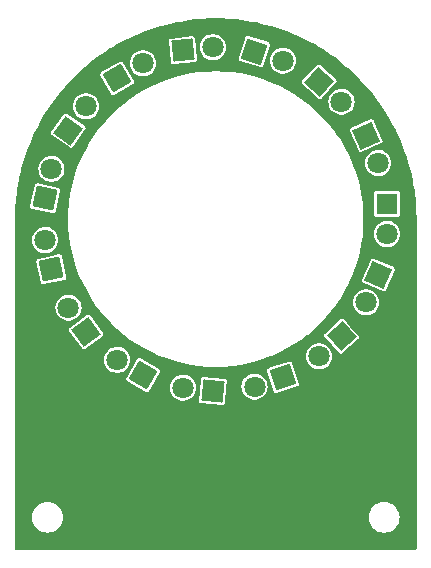
<source format=gbr>
%TF.GenerationSoftware,KiCad,Pcbnew,7.0.5+dfsg-2*%
%TF.CreationDate,2024-03-17T17:57:41+01:00*%
%TF.ProjectId,microscope-lamp-pcb,6d696372-6f73-4636-9f70-652d6c616d70,1*%
%TF.SameCoordinates,Original*%
%TF.FileFunction,Copper,L2,Bot*%
%TF.FilePolarity,Positive*%
%FSLAX46Y46*%
G04 Gerber Fmt 4.6, Leading zero omitted, Abs format (unit mm)*
G04 Created by KiCad (PCBNEW 7.0.5+dfsg-2) date 2024-03-17 17:57:41*
%MOMM*%
%LPD*%
G01*
G04 APERTURE LIST*
G04 Aperture macros list*
%AMRotRect*
0 Rectangle, with rotation*
0 The origin of the aperture is its center*
0 $1 length*
0 $2 width*
0 $3 Rotation angle, in degrees counterclockwise*
0 Add horizontal line*
21,1,$1,$2,0,0,$3*%
G04 Aperture macros list end*
%TA.AperFunction,ComponentPad*%
%ADD10RotRect,1.800000X1.800000X54.000000*%
%TD*%
%TA.AperFunction,ComponentPad*%
%ADD11C,1.800000*%
%TD*%
%TA.AperFunction,ComponentPad*%
%ADD12RotRect,1.800000X1.800000X6.000000*%
%TD*%
%TA.AperFunction,ComponentPad*%
%ADD13RotRect,1.800000X1.800000X78.000000*%
%TD*%
%TA.AperFunction,ComponentPad*%
%ADD14RotRect,1.800000X1.800000X294.000000*%
%TD*%
%TA.AperFunction,ComponentPad*%
%ADD15RotRect,1.800000X1.800000X126.000000*%
%TD*%
%TA.AperFunction,ComponentPad*%
%ADD16R,1.800000X1.800000*%
%TD*%
%TA.AperFunction,ComponentPad*%
%ADD17RotRect,1.800000X1.800000X30.000000*%
%TD*%
%TA.AperFunction,ComponentPad*%
%ADD18RotRect,1.800000X1.800000X342.000000*%
%TD*%
%TA.AperFunction,ComponentPad*%
%ADD19RotRect,1.800000X1.800000X246.000000*%
%TD*%
%TA.AperFunction,ComponentPad*%
%ADD20RotRect,1.800000X1.800000X222.000000*%
%TD*%
%TA.AperFunction,ComponentPad*%
%ADD21RotRect,1.800000X1.800000X174.000000*%
%TD*%
%TA.AperFunction,ComponentPad*%
%ADD22RotRect,1.800000X1.800000X102.000000*%
%TD*%
%TA.AperFunction,ComponentPad*%
%ADD23RotRect,1.800000X1.800000X150.000000*%
%TD*%
%TA.AperFunction,ComponentPad*%
%ADD24RotRect,1.800000X1.800000X198.000000*%
%TD*%
%TA.AperFunction,ComponentPad*%
%ADD25RotRect,1.800000X1.800000X318.000000*%
%TD*%
%TA.AperFunction,ViaPad*%
%ADD26C,0.800000*%
%TD*%
G04 APERTURE END LIST*
D10*
%TO.P,D8,1,K*%
%TO.N,Net-(D8-K)*%
X137519827Y-92508611D03*
D11*
%TO.P,D8,2,A*%
%TO.N,Net-(D7-K)*%
X139012802Y-90453708D03*
%TD*%
D12*
%TO.P,D6,1,K*%
%TO.N,Net-(D6-K)*%
X147216322Y-85712706D03*
D11*
%TO.P,D6,2,A*%
%TO.N,Net-(D5-K)*%
X149742408Y-85447204D03*
%TD*%
D13*
%TO.P,D9,1,K*%
%TO.N,Net-(D10-A)*%
X135551772Y-98232419D03*
D11*
%TO.P,D9,2,A*%
%TO.N,Net-(D8-K)*%
X136079868Y-95747924D03*
%TD*%
D14*
%TO.P,D3,1,K*%
%TO.N,Net-(D3-K)*%
X162727820Y-92937548D03*
D11*
%TO.P,D3,2,A*%
%TO.N,Net-(D2-K)*%
X163760931Y-95257953D03*
%TD*%
D15*
%TO.P,D11,1,K*%
%TO.N,Net-(D11-K)*%
X139018680Y-109554383D03*
D11*
%TO.P,D11,2,A*%
%TO.N,Net-(D10-K)*%
X137525705Y-107499480D03*
%TD*%
D16*
%TO.P,D2,1,K*%
%TO.N,Net-(D2-K)*%
X164500000Y-98725000D03*
D11*
%TO.P,D2,2,A*%
%TO.N,Net-(D1-K)*%
X164500000Y-101265000D03*
%TD*%
D17*
%TO.P,D7,1,K*%
%TO.N,Net-(D7-K)*%
X141645818Y-88080132D03*
D11*
%TO.P,D7,2,A*%
%TO.N,Net-(D1-K)*%
X143845523Y-86810132D03*
%TD*%
D18*
%TO.P,D5,1,K*%
%TO.N,Net-(D5-K)*%
X153268149Y-85815684D03*
D11*
%TO.P,D5,2,A*%
%TO.N,Net-(D4-K)*%
X155683833Y-86600587D03*
%TD*%
D19*
%TO.P,D16,1,K*%
%TO.N,Net-(D16-K)*%
X163764998Y-104732911D03*
D11*
%TO.P,D16,2,A*%
%TO.N,Net-(D15-K)*%
X162731887Y-107053316D03*
%TD*%
D20*
%TO.P,D15,1,K*%
%TO.N,Net-(D15-K)*%
X160649903Y-109922458D03*
D11*
%TO.P,D15,2,A*%
%TO.N,Net-(D14-K)*%
X158762315Y-111622050D03*
%TD*%
D21*
%TO.P,D13,1,K*%
%TO.N,Net-(D13-K)*%
X149752353Y-114553841D03*
D11*
%TO.P,D13,2,A*%
%TO.N,Net-(D12-K)*%
X147226267Y-114288339D03*
%TD*%
D22*
%TO.P,D10,1,K*%
%TO.N,Net-(D10-K)*%
X136081947Y-104261858D03*
D11*
%TO.P,D10,2,A*%
%TO.N,Net-(D10-A)*%
X135553851Y-101777363D03*
%TD*%
D23*
%TO.P,D12,1,K*%
%TO.N,Net-(D12-K)*%
X143854182Y-113194868D03*
D11*
%TO.P,D12,2,A*%
%TO.N,Net-(D1-K)*%
X141654477Y-111924868D03*
%TD*%
D24*
%TO.P,D14,1,K*%
%TO.N,Net-(D14-K)*%
X155693343Y-113396323D03*
D11*
%TO.P,D14,2,A*%
%TO.N,Net-(D13-K)*%
X153277659Y-114181226D03*
%TD*%
D25*
%TO.P,D4,1,K*%
%TO.N,Net-(D4-K)*%
X158754884Y-88371259D03*
D11*
%TO.P,D4,2,A*%
%TO.N,Net-(D3-K)*%
X160642472Y-90070851D03*
%TD*%
D26*
%TO.N,GND*%
X165750000Y-96500000D03*
X139000000Y-121250000D03*
X134000000Y-127000000D03*
X156500000Y-111250000D03*
X148250000Y-121000000D03*
X148250000Y-127000000D03*
X163250000Y-109000000D03*
X136500000Y-114250000D03*
X165750000Y-127250000D03*
X144750000Y-84500000D03*
X133750000Y-119250000D03*
X159250000Y-116000000D03*
X140750000Y-126000000D03*
X164750000Y-119500000D03*
X155250000Y-118250000D03*
X135500000Y-106250000D03*
X146500000Y-119500000D03*
X155000000Y-84500000D03*
X143250000Y-119750000D03*
X140750000Y-117750000D03*
X162250000Y-122750000D03*
X163250000Y-90500000D03*
X163250000Y-102500000D03*
X143500000Y-111250000D03*
%TD*%
%TA.AperFunction,Conductor*%
%TO.N,GND*%
G36*
X150188112Y-83004978D02*
G01*
X150198610Y-83005227D01*
X150626630Y-83015416D01*
X150627672Y-83015454D01*
X151001170Y-83033520D01*
X151002221Y-83033584D01*
X151439772Y-83064878D01*
X151441018Y-83064983D01*
X151633117Y-83083610D01*
X151813012Y-83101053D01*
X151813988Y-83101158D01*
X152249734Y-83153258D01*
X152250895Y-83153412D01*
X152620770Y-83207421D01*
X152621656Y-83207561D01*
X153054574Y-83280360D01*
X153055724Y-83280569D01*
X153249645Y-83318534D01*
X153422285Y-83352333D01*
X153423296Y-83352542D01*
X153745272Y-83422583D01*
X153852339Y-83445874D01*
X153853578Y-83446161D01*
X154216052Y-83535503D01*
X154216847Y-83535707D01*
X154604710Y-83639634D01*
X154641307Y-83649441D01*
X154642606Y-83649808D01*
X155000386Y-83756572D01*
X155419697Y-83890611D01*
X155421007Y-83891051D01*
X155772753Y-84014814D01*
X156185635Y-84168811D01*
X156186894Y-84169303D01*
X156531859Y-84309756D01*
X156937303Y-84483378D01*
X156938633Y-84483972D01*
X157275893Y-84640687D01*
X157673096Y-84833637D01*
X157674430Y-84834311D01*
X157824413Y-84913028D01*
X158003115Y-85006818D01*
X158391254Y-85218758D01*
X158392625Y-85219535D01*
X158711926Y-85407329D01*
X159090198Y-85637898D01*
X159091435Y-85638679D01*
X159400636Y-85841251D01*
X159678073Y-86029026D01*
X159768183Y-86090014D01*
X159769533Y-86090962D01*
X160067704Y-86307594D01*
X160423799Y-86574163D01*
X160425100Y-86575173D01*
X160711631Y-86805297D01*
X160963448Y-87013215D01*
X161055397Y-87089134D01*
X161056706Y-87090254D01*
X161330826Y-87333103D01*
X161661660Y-87633851D01*
X161662915Y-87635033D01*
X161923919Y-87889805D01*
X162241083Y-88206969D01*
X162242329Y-88208260D01*
X162489651Y-88474197D01*
X162792407Y-88807239D01*
X162793610Y-88808613D01*
X163026482Y-89084630D01*
X163314342Y-89433268D01*
X163315435Y-89434643D01*
X163466762Y-89632681D01*
X163533361Y-89719838D01*
X163681771Y-89918090D01*
X163805674Y-90083605D01*
X163806741Y-90085089D01*
X163921002Y-90250625D01*
X164009028Y-90378153D01*
X164265240Y-90756707D01*
X164266296Y-90758334D01*
X164452525Y-91058151D01*
X164692027Y-91451078D01*
X164693022Y-91452785D01*
X164862729Y-91757979D01*
X165085064Y-92165155D01*
X165085992Y-92166940D01*
X165238677Y-92475771D01*
X165366886Y-92739699D01*
X165443434Y-92897279D01*
X165444280Y-92899118D01*
X165579533Y-93209608D01*
X165766270Y-93645681D01*
X165767050Y-93647614D01*
X165884575Y-93957500D01*
X166052889Y-94408770D01*
X166053587Y-94410772D01*
X166153030Y-94716826D01*
X166302591Y-95184692D01*
X166303202Y-95186760D01*
X166384233Y-95484369D01*
X166514821Y-95971733D01*
X166515342Y-95973864D01*
X166577684Y-96255963D01*
X166577669Y-96255966D01*
X166577755Y-96256282D01*
X166689082Y-96768049D01*
X166689506Y-96770238D01*
X166733127Y-97025633D01*
X166824969Y-97571802D01*
X166825294Y-97574044D01*
X166849900Y-97776681D01*
X166850263Y-97779718D01*
X166850264Y-97779734D01*
X166922174Y-98381172D01*
X166922395Y-98383463D01*
X166927936Y-98459756D01*
X166928058Y-98461464D01*
X166928059Y-98461489D01*
X166980161Y-99189960D01*
X166980273Y-99192313D01*
X166999486Y-99999412D01*
X166999500Y-100000590D01*
X166999500Y-127900500D01*
X166980593Y-127958691D01*
X166931093Y-127994655D01*
X166900500Y-127999500D01*
X133099500Y-127999500D01*
X133041309Y-127980593D01*
X133005345Y-127931093D01*
X133000500Y-127900500D01*
X133000500Y-125250003D01*
X134444532Y-125250003D01*
X134464363Y-125476684D01*
X134523262Y-125696500D01*
X134619426Y-125902723D01*
X134619434Y-125902737D01*
X134749946Y-126089130D01*
X134749947Y-126089132D01*
X134749950Y-126089135D01*
X134749953Y-126089139D01*
X134910861Y-126250047D01*
X134910864Y-126250049D01*
X134910867Y-126250052D01*
X134910869Y-126250053D01*
X135035131Y-126337060D01*
X135097266Y-126380568D01*
X135097272Y-126380571D01*
X135097276Y-126380573D01*
X135303500Y-126476737D01*
X135303504Y-126476739D01*
X135523308Y-126535635D01*
X135523312Y-126535635D01*
X135523315Y-126535636D01*
X135693208Y-126550500D01*
X135693216Y-126550500D01*
X135806792Y-126550500D01*
X135976684Y-126535636D01*
X135976685Y-126535635D01*
X135976692Y-126535635D01*
X136196496Y-126476739D01*
X136402734Y-126380568D01*
X136589139Y-126250047D01*
X136750047Y-126089139D01*
X136880568Y-125902734D01*
X136976739Y-125696496D01*
X137035635Y-125476692D01*
X137055468Y-125250003D01*
X162944532Y-125250003D01*
X162964363Y-125476684D01*
X163023262Y-125696500D01*
X163119426Y-125902723D01*
X163119434Y-125902737D01*
X163249946Y-126089130D01*
X163249947Y-126089132D01*
X163249950Y-126089135D01*
X163249953Y-126089139D01*
X163410861Y-126250047D01*
X163410864Y-126250049D01*
X163410867Y-126250052D01*
X163410869Y-126250053D01*
X163535131Y-126337060D01*
X163597266Y-126380568D01*
X163597272Y-126380571D01*
X163597276Y-126380573D01*
X163803500Y-126476737D01*
X163803504Y-126476739D01*
X164023308Y-126535635D01*
X164023312Y-126535635D01*
X164023315Y-126535636D01*
X164193208Y-126550500D01*
X164193216Y-126550500D01*
X164306792Y-126550500D01*
X164476684Y-126535636D01*
X164476685Y-126535635D01*
X164476692Y-126535635D01*
X164696496Y-126476739D01*
X164902734Y-126380568D01*
X165089139Y-126250047D01*
X165250047Y-126089139D01*
X165380568Y-125902734D01*
X165476739Y-125696496D01*
X165535635Y-125476692D01*
X165555468Y-125250000D01*
X165535635Y-125023308D01*
X165476739Y-124803504D01*
X165380568Y-124597266D01*
X165250053Y-124410869D01*
X165250052Y-124410867D01*
X165250049Y-124410864D01*
X165250047Y-124410861D01*
X165089139Y-124249953D01*
X165089135Y-124249950D01*
X165089132Y-124249947D01*
X165089130Y-124249946D01*
X164902737Y-124119434D01*
X164902736Y-124119433D01*
X164902734Y-124119432D01*
X164902731Y-124119430D01*
X164902723Y-124119426D01*
X164696499Y-124023262D01*
X164696500Y-124023262D01*
X164623228Y-124003628D01*
X164476692Y-123964365D01*
X164476691Y-123964364D01*
X164476684Y-123964363D01*
X164306792Y-123949500D01*
X164306784Y-123949500D01*
X164193216Y-123949500D01*
X164193208Y-123949500D01*
X164023315Y-123964363D01*
X163803499Y-124023262D01*
X163597276Y-124119426D01*
X163597262Y-124119434D01*
X163410869Y-124249946D01*
X163410867Y-124249947D01*
X163249947Y-124410867D01*
X163249946Y-124410869D01*
X163119434Y-124597262D01*
X163119426Y-124597276D01*
X163023262Y-124803499D01*
X162964363Y-125023315D01*
X162944532Y-125249996D01*
X162944532Y-125250003D01*
X137055468Y-125250003D01*
X137055468Y-125250000D01*
X137035635Y-125023308D01*
X136976739Y-124803504D01*
X136880568Y-124597266D01*
X136750053Y-124410869D01*
X136750052Y-124410867D01*
X136750049Y-124410864D01*
X136750047Y-124410861D01*
X136589139Y-124249953D01*
X136589135Y-124249950D01*
X136589132Y-124249947D01*
X136589130Y-124249946D01*
X136402737Y-124119434D01*
X136402736Y-124119433D01*
X136402734Y-124119432D01*
X136402731Y-124119430D01*
X136402723Y-124119426D01*
X136196499Y-124023262D01*
X136196500Y-124023262D01*
X136123228Y-124003628D01*
X135976692Y-123964365D01*
X135976691Y-123964364D01*
X135976684Y-123964363D01*
X135806792Y-123949500D01*
X135806784Y-123949500D01*
X135693216Y-123949500D01*
X135693208Y-123949500D01*
X135523315Y-123964363D01*
X135303499Y-124023262D01*
X135097276Y-124119426D01*
X135097262Y-124119434D01*
X134910869Y-124249946D01*
X134910867Y-124249947D01*
X134749947Y-124410867D01*
X134749946Y-124410869D01*
X134619434Y-124597262D01*
X134619426Y-124597276D01*
X134523262Y-124803499D01*
X134464363Y-125023315D01*
X134444532Y-125249996D01*
X134444532Y-125250003D01*
X133000500Y-125250003D01*
X133000500Y-113497609D01*
X142422080Y-113497609D01*
X142427297Y-113577202D01*
X142462574Y-113648736D01*
X142462576Y-113648739D01*
X142507407Y-113688055D01*
X144100457Y-114607803D01*
X144100460Y-114607804D01*
X144100462Y-114607805D01*
X144127859Y-114617104D01*
X144156921Y-114626970D01*
X144236515Y-114621753D01*
X144308053Y-114586474D01*
X144347369Y-114541643D01*
X144493614Y-114288339D01*
X146121052Y-114288339D01*
X146139870Y-114491422D01*
X146195685Y-114687589D01*
X146286594Y-114870160D01*
X146409503Y-115032918D01*
X146560226Y-115170320D01*
X146733630Y-115277687D01*
X146923811Y-115351363D01*
X147124291Y-115388839D01*
X147328243Y-115388839D01*
X147517195Y-115353518D01*
X148561742Y-115353518D01*
X148567198Y-115412897D01*
X148604337Y-115483485D01*
X148604339Y-115483486D01*
X148665661Y-115534489D01*
X148665662Y-115534489D01*
X148665663Y-115534490D01*
X148722610Y-115552173D01*
X150552029Y-115744452D01*
X150611408Y-115738996D01*
X150681997Y-115701856D01*
X150733002Y-115640531D01*
X150750685Y-115583584D01*
X150898078Y-114181226D01*
X152172444Y-114181226D01*
X152191262Y-114384309D01*
X152221738Y-114491421D01*
X152247078Y-114580478D01*
X152288245Y-114663154D01*
X152337986Y-114763047D01*
X152460895Y-114925805D01*
X152611618Y-115063207D01*
X152785022Y-115170574D01*
X152975203Y-115244250D01*
X153175683Y-115281726D01*
X153379635Y-115281726D01*
X153580115Y-115244250D01*
X153770296Y-115170574D01*
X153943700Y-115063207D01*
X154094423Y-114925805D01*
X154217332Y-114763047D01*
X154308241Y-114580476D01*
X154364056Y-114384309D01*
X154382874Y-114181226D01*
X154364056Y-113978143D01*
X154308241Y-113781976D01*
X154217332Y-113599405D01*
X154094423Y-113436647D01*
X153943700Y-113299245D01*
X153770296Y-113191878D01*
X153580115Y-113118202D01*
X153580114Y-113118201D01*
X153580112Y-113118201D01*
X153379635Y-113080726D01*
X153175683Y-113080726D01*
X152975205Y-113118201D01*
X152905291Y-113145285D01*
X152785022Y-113191878D01*
X152611618Y-113299245D01*
X152460895Y-113436647D01*
X152421046Y-113489414D01*
X152337987Y-113599403D01*
X152337982Y-113599412D01*
X152260926Y-113754163D01*
X152247077Y-113781976D01*
X152191262Y-113978143D01*
X152172444Y-114181226D01*
X150898078Y-114181226D01*
X150942964Y-113754165D01*
X150937508Y-113694786D01*
X150913279Y-113648736D01*
X150900368Y-113624196D01*
X150900366Y-113624195D01*
X150839044Y-113573192D01*
X150782100Y-113555510D01*
X150782098Y-113555509D01*
X150782096Y-113555509D01*
X148952677Y-113363230D01*
X148952675Y-113363230D01*
X148893296Y-113368686D01*
X148822708Y-113405825D01*
X148822707Y-113405827D01*
X148771704Y-113467149D01*
X148754022Y-113524093D01*
X148754021Y-113524096D01*
X148754021Y-113524098D01*
X148640120Y-114607803D01*
X148561742Y-115353518D01*
X147517195Y-115353518D01*
X147528723Y-115351363D01*
X147718904Y-115277687D01*
X147892308Y-115170320D01*
X148043031Y-115032918D01*
X148165940Y-114870160D01*
X148256849Y-114687589D01*
X148312664Y-114491422D01*
X148331482Y-114288339D01*
X148312664Y-114085256D01*
X148256849Y-113889089D01*
X148165940Y-113706518D01*
X148043031Y-113543760D01*
X147892308Y-113406358D01*
X147718904Y-113298991D01*
X147528723Y-113225315D01*
X147528722Y-113225314D01*
X147528720Y-113225314D01*
X147328243Y-113187839D01*
X147124291Y-113187839D01*
X146923813Y-113225314D01*
X146853899Y-113252398D01*
X146733630Y-113298991D01*
X146561087Y-113405825D01*
X146560226Y-113406358D01*
X146409504Y-113543759D01*
X146286595Y-113706516D01*
X146286590Y-113706525D01*
X146195686Y-113889086D01*
X146195685Y-113889089D01*
X146139870Y-114085256D01*
X146121052Y-114288339D01*
X144493614Y-114288339D01*
X145267117Y-112948593D01*
X145286284Y-112892129D01*
X145281067Y-112812535D01*
X145276093Y-112802448D01*
X154355479Y-112802448D01*
X154362488Y-112861664D01*
X154857225Y-114384309D01*
X154930923Y-114611129D01*
X154960059Y-114663154D01*
X155022695Y-114712533D01*
X155022697Y-114712533D01*
X155022699Y-114712535D01*
X155099468Y-114734187D01*
X155158684Y-114727178D01*
X156908149Y-114158743D01*
X156960174Y-114129607D01*
X157009555Y-114066967D01*
X157031207Y-113990198D01*
X157024198Y-113930982D01*
X156455763Y-112181517D01*
X156426627Y-112129492D01*
X156426626Y-112129491D01*
X156363990Y-112080112D01*
X156363987Y-112080111D01*
X156287218Y-112058459D01*
X156228002Y-112065468D01*
X154952707Y-112479836D01*
X154478536Y-112633903D01*
X154426511Y-112663039D01*
X154377132Y-112725675D01*
X154377131Y-112725678D01*
X154372811Y-112740997D01*
X154355479Y-112802448D01*
X145276093Y-112802448D01*
X145245788Y-112740997D01*
X145200957Y-112701681D01*
X143607907Y-111781933D01*
X143607905Y-111781932D01*
X143607901Y-111781930D01*
X143551444Y-111762766D01*
X143551440Y-111762766D01*
X143471847Y-111767983D01*
X143400313Y-111803260D01*
X143360995Y-111848092D01*
X142441244Y-113441148D01*
X142422080Y-113497605D01*
X142422080Y-113497609D01*
X133000500Y-113497609D01*
X133000500Y-111924868D01*
X140549262Y-111924868D01*
X140568080Y-112127951D01*
X140623895Y-112324118D01*
X140714804Y-112506689D01*
X140837713Y-112669447D01*
X140988436Y-112806849D01*
X141161840Y-112914216D01*
X141352021Y-112987892D01*
X141552501Y-113025368D01*
X141756453Y-113025368D01*
X141956933Y-112987892D01*
X142147114Y-112914216D01*
X142320518Y-112806849D01*
X142471241Y-112669447D01*
X142594150Y-112506689D01*
X142685059Y-112324118D01*
X142740874Y-112127951D01*
X142759692Y-111924868D01*
X142740874Y-111721785D01*
X142685059Y-111525618D01*
X142594150Y-111343047D01*
X142471241Y-111180289D01*
X142320518Y-111042887D01*
X142147114Y-110935520D01*
X141956933Y-110861844D01*
X141956932Y-110861843D01*
X141956930Y-110861843D01*
X141756453Y-110824368D01*
X141552501Y-110824368D01*
X141352023Y-110861843D01*
X141311685Y-110877470D01*
X141161840Y-110935520D01*
X140988436Y-111042887D01*
X140837713Y-111180289D01*
X140805610Y-111222800D01*
X140714805Y-111343045D01*
X140714800Y-111343054D01*
X140623896Y-111525615D01*
X140623895Y-111525618D01*
X140568080Y-111721785D01*
X140549262Y-111924868D01*
X133000500Y-111924868D01*
X133000500Y-109323293D01*
X137559647Y-109323293D01*
X137562778Y-109402999D01*
X137587739Y-109457144D01*
X137587740Y-109457146D01*
X137587742Y-109457149D01*
X138668971Y-110945332D01*
X138712758Y-110985808D01*
X138787592Y-111013416D01*
X138867294Y-111010285D01*
X138921446Y-110985321D01*
X140409629Y-109904092D01*
X140450105Y-109860305D01*
X140477713Y-109785471D01*
X140474582Y-109705769D01*
X140449618Y-109651617D01*
X139368389Y-108163434D01*
X139324602Y-108122958D01*
X139249769Y-108095350D01*
X139249768Y-108095350D01*
X139229842Y-108096132D01*
X139170063Y-108098481D01*
X139115918Y-108123442D01*
X137627728Y-109204676D01*
X137587255Y-109248460D01*
X137559647Y-109323292D01*
X137559647Y-109323293D01*
X133000500Y-109323293D01*
X133000500Y-107499480D01*
X136420490Y-107499480D01*
X136439308Y-107702563D01*
X136495123Y-107898730D01*
X136586032Y-108081301D01*
X136708941Y-108244059D01*
X136859664Y-108381461D01*
X137033068Y-108488828D01*
X137223249Y-108562504D01*
X137423729Y-108599980D01*
X137627681Y-108599980D01*
X137828161Y-108562504D01*
X138018342Y-108488828D01*
X138191746Y-108381461D01*
X138342469Y-108244059D01*
X138465378Y-108081301D01*
X138556287Y-107898730D01*
X138612102Y-107702563D01*
X138630920Y-107499480D01*
X138612102Y-107296397D01*
X138556287Y-107100230D01*
X138465378Y-106917659D01*
X138342469Y-106754901D01*
X138191746Y-106617499D01*
X138018342Y-106510132D01*
X137828161Y-106436456D01*
X137828160Y-106436455D01*
X137828158Y-106436455D01*
X137627681Y-106398980D01*
X137423729Y-106398980D01*
X137223251Y-106436455D01*
X137153337Y-106463539D01*
X137033068Y-106510132D01*
X136859664Y-106617498D01*
X136859664Y-106617499D01*
X136708942Y-106754900D01*
X136586033Y-106917657D01*
X136586028Y-106917666D01*
X136518483Y-107053316D01*
X136495123Y-107100230D01*
X136439308Y-107296397D01*
X136420490Y-107499480D01*
X133000500Y-107499480D01*
X133000500Y-103531392D01*
X134813489Y-103531392D01*
X134814269Y-103591016D01*
X135196722Y-105390314D01*
X135196723Y-105390316D01*
X135212010Y-105425899D01*
X135220260Y-105445100D01*
X135277396Y-105500759D01*
X135277397Y-105500759D01*
X135277398Y-105500760D01*
X135314438Y-105515537D01*
X135351481Y-105530316D01*
X135411105Y-105529536D01*
X137210403Y-105147083D01*
X137265189Y-105123545D01*
X137320848Y-105066409D01*
X137350405Y-104992324D01*
X137349625Y-104932700D01*
X136967172Y-103133402D01*
X136943634Y-103078616D01*
X136886498Y-103022957D01*
X136886496Y-103022956D01*
X136886495Y-103022955D01*
X136812414Y-102993400D01*
X136812413Y-102993400D01*
X136792538Y-102993660D01*
X136752787Y-102994180D01*
X135781407Y-103200653D01*
X134953491Y-103376633D01*
X134953489Y-103376633D01*
X134953488Y-103376634D01*
X134898708Y-103400169D01*
X134898706Y-103400170D01*
X134898705Y-103400171D01*
X134854971Y-103445066D01*
X134843045Y-103457308D01*
X134843044Y-103457309D01*
X134813489Y-103531390D01*
X134813489Y-103531391D01*
X134813489Y-103531392D01*
X133000500Y-103531392D01*
X133000500Y-101777363D01*
X134448636Y-101777363D01*
X134467454Y-101980446D01*
X134523269Y-102176613D01*
X134614178Y-102359184D01*
X134737087Y-102521942D01*
X134887810Y-102659344D01*
X135061214Y-102766711D01*
X135251395Y-102840387D01*
X135451875Y-102877863D01*
X135655827Y-102877863D01*
X135856307Y-102840387D01*
X136046488Y-102766711D01*
X136219892Y-102659344D01*
X136370615Y-102521942D01*
X136493524Y-102359184D01*
X136584433Y-102176613D01*
X136640248Y-101980446D01*
X136659066Y-101777363D01*
X136640248Y-101574280D01*
X136584433Y-101378113D01*
X136493524Y-101195542D01*
X136370615Y-101032784D01*
X136219892Y-100895382D01*
X136046488Y-100788015D01*
X135856307Y-100714339D01*
X135856306Y-100714338D01*
X135856304Y-100714338D01*
X135655827Y-100676863D01*
X135451875Y-100676863D01*
X135251397Y-100714338D01*
X135181483Y-100741422D01*
X135061214Y-100788015D01*
X134887810Y-100895382D01*
X134737088Y-101032783D01*
X134614179Y-101195540D01*
X134614174Y-101195549D01*
X134579592Y-101265000D01*
X134523269Y-101378113D01*
X134467454Y-101574280D01*
X134448636Y-101777363D01*
X133000500Y-101777363D01*
X133000500Y-100000589D01*
X133000507Y-100000002D01*
X137494581Y-100000002D01*
X137514253Y-100701162D01*
X137514254Y-100701181D01*
X137573212Y-101400165D01*
X137671269Y-102094735D01*
X137808118Y-102782719D01*
X137808118Y-102782720D01*
X137978973Y-103445068D01*
X137983326Y-103461944D01*
X138196343Y-104130278D01*
X138446499Y-104785617D01*
X138446505Y-104785631D01*
X138446511Y-104785646D01*
X138733007Y-105425899D01*
X139054956Y-106049093D01*
X139054962Y-106049103D01*
X139054964Y-106049107D01*
X139411359Y-106653284D01*
X139411364Y-106653292D01*
X139411365Y-106653293D01*
X139801072Y-107236530D01*
X140222858Y-107796985D01*
X140222876Y-107797009D01*
X140598144Y-108241415D01*
X140675432Y-108332943D01*
X141157333Y-108842667D01*
X141665711Y-109323295D01*
X141667055Y-109324566D01*
X142202990Y-109777123D01*
X142202996Y-109777127D01*
X142202999Y-109777130D01*
X142763473Y-110198930D01*
X143346716Y-110588641D01*
X143950893Y-110945036D01*
X143950902Y-110945040D01*
X143950906Y-110945043D01*
X144574100Y-111266992D01*
X145214353Y-111553488D01*
X145214359Y-111553490D01*
X145214383Y-111553501D01*
X145869722Y-111803657D01*
X146538056Y-112016674D01*
X147217282Y-112191882D01*
X147905264Y-112328730D01*
X148599837Y-112426788D01*
X149298816Y-112485746D01*
X149939027Y-112503708D01*
X149999998Y-112505419D01*
X150000000Y-112505419D01*
X150000002Y-112505419D01*
X150058432Y-112503779D01*
X150701184Y-112485746D01*
X151400163Y-112426788D01*
X152094736Y-112328730D01*
X152782718Y-112191882D01*
X153461944Y-112016674D01*
X154130278Y-111803657D01*
X154606038Y-111622050D01*
X157657100Y-111622050D01*
X157675918Y-111825133D01*
X157731733Y-112021300D01*
X157822642Y-112203871D01*
X157945551Y-112366629D01*
X158096274Y-112504031D01*
X158269678Y-112611398D01*
X158459859Y-112685074D01*
X158660339Y-112722550D01*
X158864291Y-112722550D01*
X159064771Y-112685074D01*
X159254952Y-112611398D01*
X159428356Y-112504031D01*
X159579079Y-112366629D01*
X159701988Y-112203871D01*
X159792897Y-112021300D01*
X159848712Y-111825133D01*
X159867530Y-111622050D01*
X159848712Y-111418967D01*
X159792897Y-111222800D01*
X159701988Y-111040229D01*
X159579079Y-110877471D01*
X159428356Y-110740069D01*
X159254952Y-110632702D01*
X159064771Y-110559026D01*
X159064770Y-110559025D01*
X159064768Y-110559025D01*
X158864291Y-110521550D01*
X158660339Y-110521550D01*
X158459861Y-110559025D01*
X158396351Y-110583629D01*
X158269678Y-110632702D01*
X158096273Y-110740068D01*
X158096274Y-110740069D01*
X157945552Y-110877470D01*
X157822643Y-111040227D01*
X157822638Y-111040236D01*
X157731734Y-111222797D01*
X157675918Y-111418967D01*
X157666036Y-111525618D01*
X157657100Y-111622050D01*
X154606038Y-111622050D01*
X154785617Y-111553501D01*
X155425898Y-111266993D01*
X156049107Y-110945036D01*
X156653284Y-110588641D01*
X157236527Y-110198930D01*
X157706621Y-109845148D01*
X159174707Y-109845148D01*
X159186153Y-109924086D01*
X159216642Y-109975332D01*
X159216644Y-109975334D01*
X159808541Y-110632702D01*
X160447504Y-111342342D01*
X160495281Y-111378020D01*
X160572591Y-111397653D01*
X160572591Y-111397652D01*
X160572592Y-111397653D01*
X160572593Y-111397653D01*
X160592584Y-111394754D01*
X160651530Y-111386208D01*
X160702775Y-111355720D01*
X162069787Y-110124857D01*
X162105465Y-110077080D01*
X162125098Y-109999770D01*
X162113653Y-109920831D01*
X162083165Y-109869586D01*
X162083164Y-109869585D01*
X162083163Y-109869583D01*
X162083161Y-109869581D01*
X161399964Y-109110814D01*
X160852302Y-108502574D01*
X160804525Y-108466896D01*
X160804524Y-108466895D01*
X160727213Y-108447262D01*
X160727212Y-108447262D01*
X160648274Y-108458708D01*
X160597028Y-108489197D01*
X160597026Y-108489199D01*
X159230025Y-109720053D01*
X159230017Y-109720061D01*
X159194340Y-109767836D01*
X159174707Y-109845147D01*
X159174707Y-109845148D01*
X157706621Y-109845148D01*
X157797001Y-109777130D01*
X158332943Y-109324568D01*
X158842667Y-108842667D01*
X159324568Y-108332943D01*
X159777130Y-107797001D01*
X160198930Y-107236527D01*
X160321348Y-107053316D01*
X161626672Y-107053316D01*
X161645490Y-107256399D01*
X161701305Y-107452566D01*
X161792214Y-107635137D01*
X161915123Y-107797895D01*
X162065846Y-107935297D01*
X162239250Y-108042664D01*
X162429431Y-108116340D01*
X162629911Y-108153816D01*
X162833863Y-108153816D01*
X163034343Y-108116340D01*
X163224524Y-108042664D01*
X163397928Y-107935297D01*
X163548651Y-107797895D01*
X163671560Y-107635137D01*
X163762469Y-107452566D01*
X163818284Y-107256399D01*
X163837102Y-107053316D01*
X163818284Y-106850233D01*
X163762469Y-106654066D01*
X163671560Y-106471495D01*
X163548651Y-106308737D01*
X163397928Y-106171335D01*
X163224524Y-106063968D01*
X163034343Y-105990292D01*
X163034342Y-105990291D01*
X163034340Y-105990291D01*
X162833863Y-105952816D01*
X162629911Y-105952816D01*
X162429433Y-105990291D01*
X162359519Y-106017375D01*
X162239250Y-106063968D01*
X162139837Y-106125522D01*
X162065846Y-106171335D01*
X161915124Y-106308736D01*
X161792215Y-106471493D01*
X161792210Y-106471502D01*
X161701306Y-106654063D01*
X161701305Y-106654066D01*
X161645490Y-106850233D01*
X161626672Y-107053316D01*
X160321348Y-107053316D01*
X160588641Y-106653284D01*
X160945036Y-106049107D01*
X161266993Y-105425898D01*
X161375376Y-105183687D01*
X162372386Y-105183687D01*
X162385894Y-105262298D01*
X162428456Y-105329758D01*
X162452805Y-105346965D01*
X162477153Y-105364173D01*
X162477154Y-105364173D01*
X162477155Y-105364174D01*
X162535871Y-105390316D01*
X164157616Y-106112363D01*
X164215774Y-106125523D01*
X164294386Y-106112014D01*
X164361845Y-106069452D01*
X164396260Y-106020756D01*
X165144450Y-104340293D01*
X165157610Y-104282135D01*
X165144101Y-104203523D01*
X165144100Y-104203522D01*
X165101539Y-104136063D01*
X165067086Y-104111715D01*
X165052843Y-104101649D01*
X165052841Y-104101648D01*
X165052840Y-104101647D01*
X163424432Y-103376634D01*
X163372380Y-103353459D01*
X163314222Y-103340299D01*
X163314221Y-103340299D01*
X163235610Y-103353807D01*
X163168150Y-103396369D01*
X163133735Y-103445067D01*
X163133734Y-103445068D01*
X162385547Y-105125526D01*
X162372386Y-105183687D01*
X161375376Y-105183687D01*
X161553501Y-104785617D01*
X161803657Y-104130278D01*
X162016674Y-103461944D01*
X162191882Y-102782718D01*
X162328730Y-102094736D01*
X162426788Y-101400163D01*
X162438189Y-101265000D01*
X163394785Y-101265000D01*
X163413603Y-101468083D01*
X163469418Y-101664250D01*
X163560327Y-101846821D01*
X163683236Y-102009579D01*
X163833959Y-102146981D01*
X164007363Y-102254348D01*
X164197544Y-102328024D01*
X164398024Y-102365500D01*
X164601976Y-102365500D01*
X164802456Y-102328024D01*
X164992637Y-102254348D01*
X165166041Y-102146981D01*
X165316764Y-102009579D01*
X165439673Y-101846821D01*
X165530582Y-101664250D01*
X165586397Y-101468083D01*
X165605215Y-101265000D01*
X165586397Y-101061917D01*
X165530582Y-100865750D01*
X165439673Y-100683179D01*
X165316764Y-100520421D01*
X165166041Y-100383019D01*
X164992637Y-100275652D01*
X164802456Y-100201976D01*
X164802455Y-100201975D01*
X164802453Y-100201975D01*
X164601976Y-100164500D01*
X164398024Y-100164500D01*
X164197546Y-100201975D01*
X164127632Y-100229059D01*
X164007363Y-100275652D01*
X163833959Y-100383018D01*
X163833959Y-100383019D01*
X163683237Y-100520420D01*
X163560328Y-100683177D01*
X163560323Y-100683186D01*
X163544811Y-100714339D01*
X163469418Y-100865750D01*
X163413603Y-101061917D01*
X163394785Y-101265000D01*
X162438189Y-101265000D01*
X162485746Y-100701184D01*
X162503779Y-100058431D01*
X162505419Y-100000002D01*
X162505419Y-99999997D01*
X162498953Y-99769548D01*
X162495452Y-99644746D01*
X163399500Y-99644746D01*
X163399501Y-99644758D01*
X163411132Y-99703227D01*
X163411133Y-99703231D01*
X163455448Y-99769552D01*
X163521769Y-99813867D01*
X163566231Y-99822711D01*
X163580241Y-99825498D01*
X163580246Y-99825498D01*
X163580252Y-99825500D01*
X163580253Y-99825500D01*
X165419747Y-99825500D01*
X165419748Y-99825500D01*
X165478231Y-99813867D01*
X165544552Y-99769552D01*
X165588867Y-99703231D01*
X165600500Y-99644748D01*
X165600500Y-97805252D01*
X165588867Y-97746769D01*
X165544552Y-97680448D01*
X165544548Y-97680445D01*
X165478233Y-97636134D01*
X165478231Y-97636133D01*
X165478228Y-97636132D01*
X165478227Y-97636132D01*
X165419758Y-97624501D01*
X165419748Y-97624500D01*
X163580252Y-97624500D01*
X163580251Y-97624500D01*
X163580241Y-97624501D01*
X163521772Y-97636132D01*
X163521766Y-97636134D01*
X163455451Y-97680445D01*
X163455445Y-97680451D01*
X163411134Y-97746766D01*
X163411132Y-97746772D01*
X163399501Y-97805241D01*
X163399500Y-97805253D01*
X163399500Y-99644746D01*
X162495452Y-99644746D01*
X162485746Y-99298816D01*
X162426788Y-98599837D01*
X162328730Y-97905264D01*
X162191882Y-97217282D01*
X162016674Y-96538056D01*
X161803657Y-95869722D01*
X161570133Y-95257953D01*
X162655716Y-95257953D01*
X162674534Y-95461036D01*
X162730349Y-95657203D01*
X162821258Y-95839774D01*
X162944167Y-96002532D01*
X163094890Y-96139934D01*
X163268294Y-96247301D01*
X163458475Y-96320977D01*
X163658955Y-96358453D01*
X163862907Y-96358453D01*
X164063387Y-96320977D01*
X164253568Y-96247301D01*
X164426972Y-96139934D01*
X164577695Y-96002532D01*
X164700604Y-95839774D01*
X164791513Y-95657203D01*
X164847328Y-95461036D01*
X164866146Y-95257953D01*
X164847328Y-95054870D01*
X164791513Y-94858703D01*
X164700604Y-94676132D01*
X164577695Y-94513374D01*
X164426972Y-94375972D01*
X164253568Y-94268605D01*
X164063387Y-94194929D01*
X164063386Y-94194928D01*
X164063384Y-94194928D01*
X163862907Y-94157453D01*
X163658955Y-94157453D01*
X163458477Y-94194928D01*
X163388563Y-94222012D01*
X163268294Y-94268605D01*
X163168881Y-94330159D01*
X163094890Y-94375972D01*
X162944168Y-94513373D01*
X162821259Y-94676130D01*
X162821254Y-94676139D01*
X162730350Y-94858700D01*
X162730349Y-94858703D01*
X162674534Y-95054870D01*
X162655716Y-95257953D01*
X161570133Y-95257953D01*
X161553501Y-95214383D01*
X161551847Y-95210687D01*
X161266992Y-94574100D01*
X160945043Y-93950906D01*
X160945040Y-93950902D01*
X160945036Y-93950893D01*
X160588641Y-93346716D01*
X160198930Y-92763473D01*
X159990691Y-92486772D01*
X161335208Y-92486772D01*
X161348368Y-92544930D01*
X161348369Y-92544932D01*
X162096556Y-94225390D01*
X162096557Y-94225391D01*
X162130972Y-94274089D01*
X162198432Y-94316651D01*
X162277044Y-94330160D01*
X162335202Y-94317000D01*
X164015665Y-93568810D01*
X164064361Y-93534395D01*
X164106923Y-93466936D01*
X164120432Y-93388324D01*
X164107272Y-93330166D01*
X163407290Y-91757979D01*
X163359083Y-91649705D01*
X163359082Y-91649704D01*
X163359082Y-91649703D01*
X163341874Y-91625354D01*
X163324667Y-91601006D01*
X163257207Y-91558444D01*
X163178596Y-91544936D01*
X163120438Y-91558096D01*
X163120436Y-91558096D01*
X163120435Y-91558097D01*
X161439977Y-92306284D01*
X161439976Y-92306285D01*
X161391278Y-92340700D01*
X161348716Y-92408160D01*
X161335208Y-92486771D01*
X161335208Y-92486772D01*
X159990691Y-92486772D01*
X159777130Y-92202999D01*
X159777127Y-92202996D01*
X159777123Y-92202990D01*
X159324566Y-91667055D01*
X159262122Y-91601006D01*
X158842667Y-91157333D01*
X158332943Y-90675432D01*
X158241415Y-90598144D01*
X157797009Y-90222876D01*
X157796985Y-90222858D01*
X157595003Y-90070851D01*
X159537257Y-90070851D01*
X159556075Y-90273934D01*
X159611890Y-90470101D01*
X159702799Y-90652672D01*
X159825708Y-90815430D01*
X159976431Y-90952832D01*
X160149835Y-91060199D01*
X160340016Y-91133875D01*
X160540496Y-91171351D01*
X160744448Y-91171351D01*
X160944928Y-91133875D01*
X161135109Y-91060199D01*
X161308513Y-90952832D01*
X161459236Y-90815430D01*
X161582145Y-90652672D01*
X161673054Y-90470101D01*
X161728869Y-90273934D01*
X161747687Y-90070851D01*
X161728869Y-89867768D01*
X161673054Y-89671601D01*
X161582145Y-89489030D01*
X161459236Y-89326272D01*
X161308513Y-89188870D01*
X161135109Y-89081503D01*
X160944928Y-89007827D01*
X160944927Y-89007826D01*
X160944925Y-89007826D01*
X160744448Y-88970351D01*
X160540496Y-88970351D01*
X160340018Y-89007826D01*
X160270104Y-89034910D01*
X160149835Y-89081503D01*
X160002253Y-89172882D01*
X159976431Y-89188870D01*
X159825709Y-89326271D01*
X159702800Y-89489028D01*
X159702795Y-89489037D01*
X159611891Y-89671598D01*
X159611890Y-89671601D01*
X159556075Y-89867768D01*
X159537257Y-90070851D01*
X157595003Y-90070851D01*
X157236530Y-89801072D01*
X156653293Y-89411365D01*
X156653292Y-89411364D01*
X156653284Y-89411359D01*
X156049107Y-89054964D01*
X156049103Y-89054962D01*
X156049093Y-89054956D01*
X155425899Y-88733007D01*
X154790245Y-88448569D01*
X157279688Y-88448569D01*
X157299321Y-88525880D01*
X157299322Y-88525881D01*
X157335000Y-88573658D01*
X157817194Y-89007827D01*
X158702007Y-89804517D01*
X158702009Y-89804519D01*
X158702011Y-89804520D01*
X158702012Y-89804521D01*
X158753257Y-89835009D01*
X158802206Y-89842105D01*
X158832193Y-89846454D01*
X158832194Y-89846454D01*
X158832194Y-89846453D01*
X158832196Y-89846454D01*
X158909506Y-89826821D01*
X158957283Y-89791143D01*
X160188146Y-88424131D01*
X160218634Y-88372886D01*
X160230079Y-88293947D01*
X160210446Y-88216637D01*
X160174768Y-88168860D01*
X159651602Y-87697799D01*
X158807760Y-86938000D01*
X158807758Y-86937998D01*
X158756512Y-86907509D01*
X158677574Y-86896063D01*
X158677573Y-86896063D01*
X158600262Y-86915696D01*
X158552487Y-86951373D01*
X158552479Y-86951381D01*
X157321625Y-88318382D01*
X157321623Y-88318384D01*
X157291134Y-88369630D01*
X157279688Y-88448568D01*
X157279688Y-88448569D01*
X154790245Y-88448569D01*
X154785646Y-88446511D01*
X154785631Y-88446505D01*
X154785617Y-88446499D01*
X154130278Y-88196343D01*
X153461944Y-87983326D01*
X153461940Y-87983325D01*
X153461937Y-87983324D01*
X152782720Y-87808118D01*
X152094735Y-87671269D01*
X151400165Y-87573212D01*
X151120571Y-87549628D01*
X150701184Y-87514254D01*
X150701177Y-87514253D01*
X150701162Y-87514253D01*
X150000002Y-87494581D01*
X149999998Y-87494581D01*
X149298837Y-87514253D01*
X149298820Y-87514253D01*
X149298816Y-87514254D01*
X149019224Y-87537837D01*
X148599834Y-87573212D01*
X147905264Y-87671269D01*
X147217280Y-87808118D01*
X147217279Y-87808118D01*
X146538062Y-87983324D01*
X145869724Y-88196342D01*
X145816557Y-88216637D01*
X145214383Y-88446499D01*
X145214374Y-88446502D01*
X145214353Y-88446511D01*
X144574100Y-88733007D01*
X143950906Y-89054956D01*
X143346706Y-89411365D01*
X142763469Y-89801072D01*
X142203014Y-90222858D01*
X142202990Y-90222876D01*
X141667055Y-90675433D01*
X141157349Y-91157317D01*
X141157317Y-91157349D01*
X140675433Y-91667055D01*
X140222876Y-92202990D01*
X140222858Y-92203014D01*
X139801072Y-92763469D01*
X139411365Y-93346706D01*
X139411359Y-93346714D01*
X139411359Y-93346716D01*
X139386815Y-93388324D01*
X139054956Y-93950906D01*
X138733007Y-94574100D01*
X138446511Y-95214353D01*
X138446502Y-95214374D01*
X138446499Y-95214383D01*
X138352347Y-95461035D01*
X138196342Y-95869724D01*
X137983324Y-96538062D01*
X137808118Y-97217279D01*
X137808118Y-97217280D01*
X137671269Y-97905264D01*
X137573212Y-98599834D01*
X137542589Y-98962885D01*
X137523238Y-99192312D01*
X137514254Y-99298818D01*
X137514253Y-99298837D01*
X137494581Y-99999997D01*
X137494581Y-100000002D01*
X133000507Y-100000002D01*
X133000514Y-99999411D01*
X133004931Y-99813865D01*
X133019727Y-99192274D01*
X133019836Y-99189993D01*
X133036079Y-98962886D01*
X134283314Y-98962886D01*
X134312869Y-99036967D01*
X134312870Y-99036968D01*
X134312871Y-99036970D01*
X134368530Y-99094106D01*
X134423316Y-99117644D01*
X136222614Y-99500097D01*
X136282238Y-99500877D01*
X136356323Y-99471320D01*
X136413459Y-99415661D01*
X136436997Y-99360875D01*
X136819450Y-97561577D01*
X136820230Y-97501953D01*
X136790673Y-97427868D01*
X136735014Y-97370732D01*
X136735010Y-97370730D01*
X136680230Y-97347195D01*
X136680228Y-97347194D01*
X135167404Y-97025633D01*
X134880931Y-96964741D01*
X134861055Y-96964481D01*
X134821306Y-96963961D01*
X134821305Y-96963961D01*
X134821304Y-96963961D01*
X134747223Y-96993516D01*
X134747222Y-96993517D01*
X134747220Y-96993518D01*
X134747221Y-96993518D01*
X134690085Y-97049177D01*
X134690084Y-97049178D01*
X134690084Y-97049179D01*
X134690083Y-97049180D01*
X134666548Y-97103960D01*
X134666547Y-97103963D01*
X134522907Y-97779734D01*
X134284094Y-98903259D01*
X134283314Y-98962886D01*
X133036079Y-98962886D01*
X133072064Y-98459756D01*
X133072074Y-98459756D01*
X133072070Y-98459661D01*
X133077608Y-98383401D01*
X133077824Y-98381172D01*
X133150079Y-97776851D01*
X133150103Y-97776853D01*
X133150100Y-97776681D01*
X133174709Y-97574007D01*
X133175029Y-97571802D01*
X133176749Y-97561578D01*
X133266900Y-97025468D01*
X133272357Y-96993517D01*
X133310495Y-96770220D01*
X133310917Y-96768049D01*
X133360947Y-96538062D01*
X133422314Y-96255966D01*
X133484662Y-95973839D01*
X133485177Y-95971733D01*
X133545146Y-95747924D01*
X134974653Y-95747924D01*
X134993471Y-95951007D01*
X135049286Y-96147174D01*
X135140195Y-96329745D01*
X135263104Y-96492503D01*
X135413827Y-96629905D01*
X135587231Y-96737272D01*
X135777412Y-96810948D01*
X135977892Y-96848424D01*
X136181844Y-96848424D01*
X136382324Y-96810948D01*
X136572505Y-96737272D01*
X136745909Y-96629905D01*
X136896632Y-96492503D01*
X137019541Y-96329745D01*
X137110450Y-96147174D01*
X137166265Y-95951007D01*
X137185083Y-95747924D01*
X137166265Y-95544841D01*
X137110450Y-95348674D01*
X137019541Y-95166103D01*
X136896632Y-95003345D01*
X136745909Y-94865943D01*
X136572505Y-94758576D01*
X136382324Y-94684900D01*
X136382323Y-94684899D01*
X136382321Y-94684899D01*
X136181844Y-94647424D01*
X135977892Y-94647424D01*
X135777414Y-94684899D01*
X135707500Y-94711983D01*
X135587231Y-94758576D01*
X135425525Y-94858700D01*
X135413827Y-94865943D01*
X135263105Y-95003344D01*
X135140196Y-95166101D01*
X135140191Y-95166110D01*
X135094459Y-95257953D01*
X135049286Y-95348674D01*
X134993471Y-95544841D01*
X134974653Y-95747924D01*
X133545146Y-95747924D01*
X133615822Y-95484158D01*
X133696800Y-95186743D01*
X133697398Y-95184723D01*
X133847009Y-94716701D01*
X133946411Y-94410772D01*
X133947092Y-94408816D01*
X134115482Y-93957343D01*
X134232960Y-93647583D01*
X134233708Y-93645728D01*
X134420467Y-93209608D01*
X134555755Y-92899037D01*
X134556527Y-92897357D01*
X134633112Y-92739701D01*
X136060794Y-92739701D01*
X136070828Y-92766898D01*
X136088402Y-92814533D01*
X136128878Y-92858320D01*
X137617061Y-93939549D01*
X137617064Y-93939550D01*
X137617065Y-93939551D01*
X137671210Y-93964512D01*
X137671213Y-93964513D01*
X137750915Y-93967644D01*
X137825749Y-93940036D01*
X137869536Y-93899560D01*
X138950765Y-92411377D01*
X138975729Y-92357225D01*
X138978860Y-92277523D01*
X138951252Y-92202689D01*
X138910776Y-92158902D01*
X137422593Y-91077673D01*
X137422590Y-91077671D01*
X137422588Y-91077670D01*
X137368443Y-91052709D01*
X137328590Y-91051143D01*
X137288739Y-91049578D01*
X137288738Y-91049578D01*
X137288737Y-91049578D01*
X137288736Y-91049578D01*
X137213904Y-91077186D01*
X137170120Y-91117659D01*
X136088886Y-92605849D01*
X136063925Y-92659994D01*
X136060794Y-92739700D01*
X136060794Y-92739701D01*
X134633112Y-92739701D01*
X134761331Y-92475751D01*
X134914039Y-92166876D01*
X134914901Y-92165217D01*
X135137324Y-91757879D01*
X135307021Y-91452706D01*
X135307927Y-91451151D01*
X135547530Y-91058059D01*
X135733741Y-90758272D01*
X135734758Y-90756707D01*
X135786779Y-90679846D01*
X135939833Y-90453708D01*
X137907587Y-90453708D01*
X137926405Y-90656791D01*
X137982220Y-90852958D01*
X138073129Y-91035529D01*
X138196038Y-91198287D01*
X138346761Y-91335689D01*
X138520165Y-91443056D01*
X138710346Y-91516732D01*
X138910826Y-91554208D01*
X139114778Y-91554208D01*
X139315258Y-91516732D01*
X139505439Y-91443056D01*
X139678843Y-91335689D01*
X139829566Y-91198287D01*
X139952475Y-91035529D01*
X140043384Y-90852958D01*
X140099199Y-90656791D01*
X140118017Y-90453708D01*
X140099199Y-90250625D01*
X140043384Y-90054458D01*
X139952475Y-89871887D01*
X139829566Y-89709129D01*
X139678843Y-89571727D01*
X139505439Y-89464360D01*
X139315258Y-89390684D01*
X139315257Y-89390683D01*
X139315255Y-89390683D01*
X139114778Y-89353208D01*
X138910826Y-89353208D01*
X138710348Y-89390683D01*
X138656977Y-89411359D01*
X138520165Y-89464360D01*
X138442846Y-89512234D01*
X138346761Y-89571727D01*
X138196039Y-89709128D01*
X138073130Y-89871885D01*
X138073125Y-89871894D01*
X137982221Y-90054455D01*
X137982220Y-90054458D01*
X137926405Y-90250625D01*
X137907587Y-90453708D01*
X135939833Y-90453708D01*
X135990994Y-90378117D01*
X136193307Y-90085019D01*
X136194274Y-90083674D01*
X136466664Y-89719802D01*
X136684614Y-89434578D01*
X136685602Y-89433334D01*
X136973579Y-89084555D01*
X137206442Y-88808550D01*
X137207533Y-88807304D01*
X137510408Y-88474130D01*
X137556907Y-88424133D01*
X137757722Y-88208204D01*
X137758886Y-88206998D01*
X138076088Y-87889796D01*
X138191240Y-87777394D01*
X140213716Y-87777394D01*
X140232880Y-87833851D01*
X140232882Y-87833855D01*
X140232883Y-87833857D01*
X141152631Y-89426907D01*
X141191947Y-89471738D01*
X141191949Y-89471739D01*
X141191948Y-89471739D01*
X141263483Y-89507016D01*
X141263485Y-89507017D01*
X141343079Y-89512234D01*
X141399543Y-89493067D01*
X142992593Y-88573319D01*
X143037424Y-88534003D01*
X143072703Y-88462465D01*
X143077920Y-88382871D01*
X143058753Y-88326407D01*
X142183331Y-86810132D01*
X142740308Y-86810132D01*
X142759126Y-87013215D01*
X142814941Y-87209382D01*
X142905850Y-87391953D01*
X143028759Y-87554711D01*
X143179482Y-87692113D01*
X143352886Y-87799480D01*
X143543067Y-87873156D01*
X143743547Y-87910632D01*
X143947499Y-87910632D01*
X144147979Y-87873156D01*
X144338160Y-87799480D01*
X144511564Y-87692113D01*
X144662287Y-87554711D01*
X144785196Y-87391953D01*
X144876105Y-87209382D01*
X144931920Y-87013215D01*
X144950738Y-86810132D01*
X144931920Y-86607049D01*
X144876105Y-86410882D01*
X144785196Y-86228311D01*
X144662287Y-86065553D01*
X144511564Y-85928151D01*
X144338160Y-85820784D01*
X144147979Y-85747108D01*
X144147978Y-85747107D01*
X144147976Y-85747107D01*
X143947499Y-85709632D01*
X143743547Y-85709632D01*
X143543069Y-85747107D01*
X143473155Y-85774191D01*
X143352886Y-85820784D01*
X143197395Y-85917060D01*
X143179482Y-85928151D01*
X143028760Y-86065552D01*
X142905851Y-86228309D01*
X142905846Y-86228318D01*
X142814942Y-86410879D01*
X142814941Y-86410882D01*
X142759126Y-86607049D01*
X142740308Y-86810132D01*
X142183331Y-86810132D01*
X142139005Y-86733357D01*
X142099689Y-86688526D01*
X142099686Y-86688524D01*
X142099687Y-86688524D01*
X142028152Y-86653247D01*
X142028153Y-86653247D01*
X141948559Y-86648030D01*
X141948555Y-86648030D01*
X141892098Y-86667194D01*
X140299042Y-87586945D01*
X140254210Y-87626263D01*
X140218933Y-87697797D01*
X140213716Y-87777390D01*
X140213716Y-87777394D01*
X138191240Y-87777394D01*
X138337140Y-87634979D01*
X138338281Y-87633903D01*
X138669201Y-87333077D01*
X138943333Y-87090218D01*
X138944533Y-87089191D01*
X139288423Y-86805251D01*
X139574952Y-86575130D01*
X139576141Y-86574207D01*
X139932325Y-86307571D01*
X140230466Y-86090960D01*
X140231749Y-86090059D01*
X140599376Y-85841242D01*
X140908617Y-85638644D01*
X140909739Y-85637935D01*
X141288125Y-85407297D01*
X141607422Y-85219507D01*
X141608703Y-85218780D01*
X141996910Y-85006803D01*
X142175581Y-84913030D01*
X146025711Y-84913030D01*
X146217035Y-86733357D01*
X146217990Y-86742447D01*
X146217991Y-86742453D01*
X146235673Y-86799397D01*
X146286676Y-86860719D01*
X146286677Y-86860721D01*
X146357265Y-86897860D01*
X146357267Y-86897861D01*
X146416646Y-86903317D01*
X148246065Y-86711038D01*
X148303012Y-86693355D01*
X148364337Y-86642350D01*
X148401477Y-86571761D01*
X148406933Y-86512382D01*
X148294979Y-85447204D01*
X148637193Y-85447204D01*
X148656011Y-85650287D01*
X148711826Y-85846454D01*
X148802735Y-86029025D01*
X148925644Y-86191783D01*
X149076367Y-86329185D01*
X149249771Y-86436552D01*
X149439952Y-86510228D01*
X149640432Y-86547704D01*
X149844384Y-86547704D01*
X150044864Y-86510228D01*
X150235045Y-86436552D01*
X150278640Y-86409559D01*
X151930285Y-86409559D01*
X151951937Y-86486328D01*
X151951938Y-86486331D01*
X152001317Y-86548967D01*
X152001318Y-86548968D01*
X152053343Y-86578104D01*
X153802808Y-87146539D01*
X153862024Y-87153548D01*
X153938793Y-87131896D01*
X154001433Y-87082515D01*
X154030569Y-87030490D01*
X154170253Y-86600587D01*
X154578618Y-86600587D01*
X154597436Y-86803670D01*
X154639462Y-86951375D01*
X154653252Y-86999839D01*
X154694419Y-87082515D01*
X154744160Y-87182408D01*
X154867069Y-87345166D01*
X155017792Y-87482568D01*
X155191196Y-87589935D01*
X155381377Y-87663611D01*
X155581857Y-87701087D01*
X155785809Y-87701087D01*
X155986289Y-87663611D01*
X156176470Y-87589935D01*
X156349874Y-87482568D01*
X156500597Y-87345166D01*
X156623506Y-87182408D01*
X156714415Y-86999837D01*
X156770230Y-86803670D01*
X156789048Y-86600587D01*
X156770230Y-86397504D01*
X156714415Y-86201337D01*
X156623506Y-86018766D01*
X156500597Y-85856008D01*
X156349874Y-85718606D01*
X156176470Y-85611239D01*
X155986289Y-85537563D01*
X155986288Y-85537562D01*
X155986286Y-85537562D01*
X155785809Y-85500087D01*
X155581857Y-85500087D01*
X155381379Y-85537562D01*
X155311465Y-85564646D01*
X155191196Y-85611239D01*
X155049278Y-85699111D01*
X155017792Y-85718606D01*
X154867070Y-85856007D01*
X154744161Y-86018764D01*
X154744156Y-86018773D01*
X154677511Y-86152616D01*
X154653251Y-86201337D01*
X154597436Y-86397504D01*
X154578618Y-86600587D01*
X154170253Y-86600587D01*
X154599004Y-85281025D01*
X154606013Y-85221809D01*
X154584361Y-85145040D01*
X154584359Y-85145038D01*
X154584359Y-85145036D01*
X154534980Y-85082400D01*
X154482955Y-85053264D01*
X154466603Y-85047951D01*
X152733490Y-84484829D01*
X152674274Y-84477820D01*
X152674273Y-84477820D01*
X152597504Y-84499472D01*
X152597501Y-84499473D01*
X152534865Y-84548852D01*
X152505729Y-84600877D01*
X152446534Y-84783061D01*
X151937294Y-86350343D01*
X151937294Y-86350346D01*
X151930285Y-86409559D01*
X150278640Y-86409559D01*
X150408449Y-86329185D01*
X150559172Y-86191783D01*
X150682081Y-86029025D01*
X150772990Y-85846454D01*
X150828805Y-85650287D01*
X150847623Y-85447204D01*
X150828805Y-85244121D01*
X150772990Y-85047954D01*
X150682081Y-84865383D01*
X150559172Y-84702625D01*
X150408449Y-84565223D01*
X150235045Y-84457856D01*
X150044864Y-84384180D01*
X150044863Y-84384179D01*
X150044861Y-84384179D01*
X149844384Y-84346704D01*
X149640432Y-84346704D01*
X149439954Y-84384179D01*
X149370040Y-84411263D01*
X149249771Y-84457856D01*
X149122416Y-84536711D01*
X149076367Y-84565223D01*
X148925645Y-84702624D01*
X148802736Y-84865381D01*
X148802731Y-84865390D01*
X148711827Y-85047951D01*
X148711826Y-85047954D01*
X148663014Y-85219507D01*
X148656011Y-85244121D01*
X148640885Y-85407365D01*
X148637193Y-85447204D01*
X148294979Y-85447204D01*
X148214654Y-84682963D01*
X148196971Y-84626016D01*
X148196970Y-84626015D01*
X148196970Y-84626014D01*
X148145967Y-84564692D01*
X148145966Y-84564690D01*
X148075378Y-84527551D01*
X148015999Y-84522095D01*
X148015998Y-84522095D01*
X146186579Y-84714374D01*
X146186577Y-84714374D01*
X146186574Y-84714375D01*
X146129630Y-84732057D01*
X146068308Y-84783060D01*
X146068306Y-84783061D01*
X146031167Y-84853649D01*
X146031166Y-84853651D01*
X146031167Y-84853651D01*
X146025711Y-84913030D01*
X142175581Y-84913030D01*
X142325620Y-84834284D01*
X142326849Y-84833663D01*
X142724166Y-84640658D01*
X143061391Y-84483960D01*
X143062646Y-84483399D01*
X143468145Y-84309754D01*
X143813153Y-84169283D01*
X143814315Y-84168829D01*
X144227278Y-84014802D01*
X144579034Y-83891036D01*
X144580257Y-83890625D01*
X144999639Y-83756563D01*
X145357429Y-83649797D01*
X145358658Y-83649450D01*
X145783207Y-83535692D01*
X145783897Y-83535515D01*
X146146453Y-83446153D01*
X146147626Y-83445881D01*
X146503638Y-83368435D01*
X146576702Y-83352542D01*
X146577713Y-83352333D01*
X146592270Y-83349483D01*
X146944302Y-83280564D01*
X146945399Y-83280364D01*
X147378366Y-83207557D01*
X147379201Y-83207426D01*
X147749124Y-83153409D01*
X147750243Y-83153260D01*
X148186031Y-83101156D01*
X148186967Y-83101055D01*
X148558979Y-83064983D01*
X148560226Y-83064878D01*
X148997777Y-83033584D01*
X148998819Y-83033520D01*
X149372333Y-83015454D01*
X149373364Y-83015416D01*
X149801879Y-83005216D01*
X149811888Y-83004978D01*
X149813066Y-83004964D01*
X150186934Y-83004964D01*
X150188112Y-83004978D01*
G37*
%TD.AperFunction*%
%TD*%
M02*

</source>
